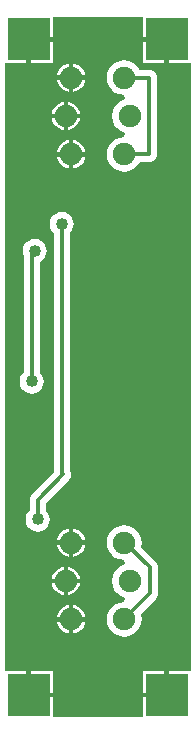
<source format=gbl>
G04 Layer_Physical_Order=2*
G04 Layer_Color=16711680*
%FSAX24Y24*%
%MOIN*%
G70*
G01*
G75*
%ADD13C,0.0120*%
%ADD14R,0.1400X0.1400*%
%ADD15C,0.0750*%
%ADD16C,0.0400*%
G36*
X015000Y033125D02*
X015800D01*
Y033050D01*
X015875D01*
Y032250D01*
X016600D01*
Y012000D01*
X015875D01*
Y011200D01*
X015800D01*
Y011125D01*
X015000D01*
Y010450D01*
X012000D01*
Y011125D01*
X011200D01*
Y011200D01*
X011125D01*
Y012000D01*
X010400D01*
Y032250D01*
X011125D01*
Y033050D01*
X011200D01*
Y033125D01*
X012000D01*
Y033800D01*
X015000D01*
Y033125D01*
D02*
G37*
%LPC*%
G36*
X012512Y015469D02*
Y015075D01*
X012906D01*
X012900Y015124D01*
X012852Y015239D01*
X012776Y015338D01*
X012676Y015414D01*
X012561Y015462D01*
X012512Y015469D01*
D02*
G37*
G36*
X012362D02*
X012313Y015462D01*
X012197Y015414D01*
X012098Y015338D01*
X012022Y015239D01*
X011974Y015124D01*
X011968Y015075D01*
X012362D01*
Y015469D01*
D02*
G37*
G36*
X012906Y014925D02*
X012512D01*
Y014530D01*
X012561Y014537D01*
X012676Y014585D01*
X012776Y014661D01*
X012852Y014760D01*
X012900Y014876D01*
X012906Y014925D01*
D02*
G37*
G36*
X012539Y016205D02*
X012145D01*
X012151Y016156D01*
X012199Y016040D01*
X012275Y015941D01*
X012374Y015865D01*
X012490Y015817D01*
X012539Y015811D01*
Y016205D01*
D02*
G37*
G36*
X012689Y016749D02*
Y016355D01*
X013083D01*
X013077Y016404D01*
X013029Y016520D01*
X012953Y016619D01*
X012854Y016695D01*
X012738Y016743D01*
X012689Y016749D01*
D02*
G37*
G36*
X012539D02*
X012490Y016743D01*
X012374Y016695D01*
X012275Y016619D01*
X012199Y016520D01*
X012151Y016404D01*
X012145Y016355D01*
X012539D01*
Y016749D01*
D02*
G37*
G36*
X013083Y016205D02*
X012689D01*
Y015811D01*
X012738Y015817D01*
X012854Y015865D01*
X012953Y015941D01*
X013029Y016040D01*
X013077Y016156D01*
X013083Y016205D01*
D02*
G37*
G36*
X012362Y014925D02*
X011968D01*
X011974Y014876D01*
X012022Y014760D01*
X012098Y014661D01*
X012197Y014585D01*
X012313Y014537D01*
X012362Y014530D01*
Y014925D01*
D02*
G37*
G36*
X014384Y016860D02*
X014234Y016840D01*
X014094Y016782D01*
X013974Y016690D01*
X013882Y016570D01*
X013824Y016430D01*
X013804Y016280D01*
X013824Y016130D01*
X013882Y015990D01*
X013974Y015870D01*
X014094Y015778D01*
X014234Y015720D01*
X014384Y015700D01*
X014413Y015560D01*
X014273Y015502D01*
X014153Y015410D01*
X014061Y015290D01*
X014003Y015150D01*
X013983Y015000D01*
X014003Y014849D01*
X014061Y014710D01*
X014153Y014589D01*
X014273Y014497D01*
X014413Y014439D01*
X014384Y014300D01*
X014234Y014280D01*
X014094Y014222D01*
X013974Y014130D01*
X013882Y014010D01*
X013824Y013870D01*
X013804Y013720D01*
X013824Y013570D01*
X013882Y013430D01*
X013974Y013310D01*
X014094Y013218D01*
X014234Y013160D01*
X014384Y013140D01*
X014534Y013160D01*
X014674Y013218D01*
X014794Y013310D01*
X014886Y013430D01*
X014944Y013570D01*
X014964Y013720D01*
X014944Y013870D01*
X014933Y013898D01*
X015435Y014401D01*
X015435Y014401D01*
X015477Y014455D01*
X015503Y014518D01*
X015512Y014586D01*
X015512Y014586D01*
Y015450D01*
X015512Y015450D01*
X015503Y015518D01*
X015477Y015581D01*
X015435Y015635D01*
X015435Y015635D01*
X014943Y016128D01*
X014944Y016130D01*
X014964Y016280D01*
X014944Y016430D01*
X014886Y016570D01*
X014794Y016690D01*
X014674Y016782D01*
X014534Y016840D01*
X014384Y016860D01*
D02*
G37*
G36*
X015725Y012000D02*
X015000D01*
Y011275D01*
X015725D01*
Y012000D01*
D02*
G37*
G36*
X012000D02*
X011275D01*
Y011275D01*
X012000D01*
Y012000D01*
D02*
G37*
G36*
X012539Y013645D02*
X012145D01*
X012151Y013596D01*
X012199Y013480D01*
X012275Y013381D01*
X012374Y013305D01*
X012490Y013257D01*
X012539Y013251D01*
Y013645D01*
D02*
G37*
G36*
X012689Y014189D02*
Y013795D01*
X013083D01*
X013077Y013844D01*
X013029Y013960D01*
X012953Y014059D01*
X012854Y014135D01*
X012738Y014183D01*
X012689Y014189D01*
D02*
G37*
G36*
X012539D02*
X012490Y014183D01*
X012374Y014135D01*
X012275Y014059D01*
X012199Y013960D01*
X012151Y013844D01*
X012145Y013795D01*
X012539D01*
Y014189D01*
D02*
G37*
G36*
X013083Y013645D02*
X012689D01*
Y013251D01*
X012738Y013257D01*
X012854Y013305D01*
X012953Y013381D01*
X013029Y013480D01*
X013077Y013596D01*
X013083Y013645D01*
D02*
G37*
G36*
X012300Y027303D02*
X012196Y027290D01*
X012098Y027249D01*
X012015Y027185D01*
X011951Y027102D01*
X011910Y027004D01*
X011897Y026900D01*
X011910Y026796D01*
X011951Y026698D01*
X012015Y026615D01*
X012038Y026597D01*
Y018609D01*
X011315Y017885D01*
X011273Y017831D01*
X011247Y017768D01*
X011238Y017700D01*
X011238Y017700D01*
Y017353D01*
X011215Y017335D01*
X011151Y017252D01*
X011110Y017154D01*
X011097Y017050D01*
X011110Y016946D01*
X011151Y016848D01*
X011215Y016765D01*
X011298Y016701D01*
X011396Y016660D01*
X011500Y016647D01*
X011604Y016660D01*
X011702Y016701D01*
X011785Y016765D01*
X011849Y016848D01*
X011890Y016946D01*
X011903Y017050D01*
X011890Y017154D01*
X011849Y017252D01*
X011785Y017335D01*
X011762Y017353D01*
Y017591D01*
X012535Y018365D01*
X012535Y018365D01*
X012577Y018419D01*
X012603Y018482D01*
X012612Y018550D01*
X012603Y018618D01*
X012577Y018681D01*
X012562Y018700D01*
Y026597D01*
X012585Y026615D01*
X012649Y026698D01*
X012690Y026796D01*
X012703Y026900D01*
X012690Y027004D01*
X012649Y027102D01*
X012585Y027185D01*
X012502Y027249D01*
X012404Y027290D01*
X012300Y027303D01*
D02*
G37*
G36*
X012539Y031705D02*
X012145D01*
X012151Y031656D01*
X012199Y031540D01*
X012275Y031441D01*
X012374Y031365D01*
X012490Y031317D01*
X012539Y031311D01*
Y031705D01*
D02*
G37*
G36*
X013083D02*
X012689D01*
Y031311D01*
X012738Y031317D01*
X012854Y031365D01*
X012953Y031441D01*
X013029Y031540D01*
X013077Y031656D01*
X013083Y031705D01*
D02*
G37*
G36*
X012362Y030969D02*
X012313Y030962D01*
X012197Y030914D01*
X012098Y030838D01*
X012022Y030739D01*
X011974Y030624D01*
X011968Y030575D01*
X012362D01*
Y030969D01*
D02*
G37*
G36*
X012512D02*
Y030575D01*
X012906D01*
X012900Y030624D01*
X012852Y030739D01*
X012776Y030838D01*
X012676Y030914D01*
X012561Y030962D01*
X012512Y030969D01*
D02*
G37*
G36*
X012000Y032975D02*
X011275D01*
Y032250D01*
X012000D01*
Y032975D01*
D02*
G37*
G36*
X015725D02*
X015000D01*
Y032250D01*
X015725D01*
Y032975D01*
D02*
G37*
G36*
X012539Y032249D02*
X012490Y032243D01*
X012374Y032195D01*
X012275Y032119D01*
X012199Y032020D01*
X012151Y031904D01*
X012145Y031855D01*
X012539D01*
Y032249D01*
D02*
G37*
G36*
X012689D02*
Y031855D01*
X013083D01*
X013077Y031904D01*
X013029Y032020D01*
X012953Y032119D01*
X012854Y032195D01*
X012738Y032243D01*
X012689Y032249D01*
D02*
G37*
G36*
X012539Y029145D02*
X012145D01*
X012151Y029096D01*
X012199Y028980D01*
X012275Y028881D01*
X012374Y028805D01*
X012490Y028757D01*
X012539Y028751D01*
Y029145D01*
D02*
G37*
G36*
X013083D02*
X012689D01*
Y028751D01*
X012738Y028757D01*
X012854Y028805D01*
X012953Y028881D01*
X013029Y028980D01*
X013077Y029096D01*
X013083Y029145D01*
D02*
G37*
G36*
X011400Y026403D02*
X011296Y026390D01*
X011198Y026349D01*
X011115Y026285D01*
X011051Y026202D01*
X011010Y026104D01*
X010997Y026000D01*
X011010Y025896D01*
X011038Y025829D01*
Y021953D01*
X011015Y021935D01*
X010951Y021852D01*
X010910Y021754D01*
X010897Y021650D01*
X010910Y021546D01*
X010951Y021448D01*
X011015Y021365D01*
X011098Y021301D01*
X011196Y021260D01*
X011300Y021247D01*
X011404Y021260D01*
X011502Y021301D01*
X011585Y021365D01*
X011649Y021448D01*
X011690Y021546D01*
X011703Y021650D01*
X011690Y021754D01*
X011649Y021852D01*
X011585Y021935D01*
X011562Y021953D01*
Y025634D01*
X011602Y025651D01*
X011685Y025715D01*
X011749Y025798D01*
X011790Y025896D01*
X011803Y026000D01*
X011790Y026104D01*
X011749Y026202D01*
X011685Y026285D01*
X011602Y026349D01*
X011504Y026390D01*
X011400Y026403D01*
D02*
G37*
G36*
X014384Y032360D02*
X014234Y032340D01*
X014094Y032282D01*
X013974Y032190D01*
X013882Y032070D01*
X013824Y031930D01*
X013804Y031780D01*
X013824Y031630D01*
X013882Y031490D01*
X013974Y031370D01*
X014094Y031278D01*
X014234Y031220D01*
X014384Y031200D01*
X014413Y031060D01*
X014273Y031002D01*
X014153Y030910D01*
X014061Y030790D01*
X014003Y030650D01*
X013983Y030500D01*
X014003Y030349D01*
X014061Y030210D01*
X014153Y030089D01*
X014273Y029997D01*
X014413Y029939D01*
X014384Y029800D01*
X014234Y029780D01*
X014094Y029722D01*
X013974Y029630D01*
X013882Y029510D01*
X013824Y029370D01*
X013804Y029220D01*
X013824Y029070D01*
X013882Y028930D01*
X013974Y028810D01*
X014094Y028718D01*
X014234Y028660D01*
X014384Y028640D01*
X014534Y028660D01*
X014674Y028718D01*
X014794Y028810D01*
X014886Y028930D01*
X014898Y028958D01*
X015220D01*
X015288Y028967D01*
X015351Y028993D01*
X015405Y029035D01*
X015447Y029089D01*
X015473Y029152D01*
X015482Y029220D01*
Y031780D01*
X015473Y031848D01*
X015447Y031911D01*
X015405Y031965D01*
X015351Y032007D01*
X015288Y032033D01*
X015220Y032042D01*
X014898D01*
X014886Y032070D01*
X014794Y032190D01*
X014674Y032282D01*
X014534Y032340D01*
X014384Y032360D01*
D02*
G37*
G36*
X012362Y030425D02*
X011968D01*
X011974Y030376D01*
X012022Y030260D01*
X012098Y030161D01*
X012197Y030085D01*
X012313Y030037D01*
X012362Y030030D01*
Y030425D01*
D02*
G37*
G36*
X012906D02*
X012512D01*
Y030030D01*
X012561Y030037D01*
X012676Y030085D01*
X012776Y030161D01*
X012852Y030260D01*
X012900Y030376D01*
X012906Y030425D01*
D02*
G37*
G36*
X012539Y029689D02*
X012490Y029683D01*
X012374Y029635D01*
X012275Y029559D01*
X012199Y029460D01*
X012151Y029344D01*
X012145Y029295D01*
X012539D01*
Y029689D01*
D02*
G37*
G36*
X012689D02*
Y029295D01*
X013083D01*
X013077Y029344D01*
X013029Y029460D01*
X012953Y029559D01*
X012854Y029635D01*
X012738Y029683D01*
X012689Y029689D01*
D02*
G37*
%LPD*%
D13*
X012300Y018600D02*
Y026900D01*
Y018600D02*
X012350Y018550D01*
X011300Y025900D02*
X011400Y026000D01*
X011300Y021650D02*
Y025900D01*
X015220Y029220D02*
Y031780D01*
X014384Y029220D02*
X015220D01*
X014384Y031780D02*
X015220D01*
X011500Y017700D02*
X012350Y018550D01*
X011500Y017050D02*
Y017700D01*
X014420Y016280D02*
X015250Y015450D01*
X014384Y016280D02*
X014420D01*
X014384Y013720D02*
X015250Y014586D01*
Y015450D01*
D14*
X011200Y033050D02*
D03*
X015800D02*
D03*
Y011200D02*
D03*
X011200D02*
D03*
D15*
X012437Y030500D02*
D03*
X014563D02*
D03*
X014384Y029220D02*
D03*
Y031780D02*
D03*
X012614D02*
D03*
Y029220D02*
D03*
X012437Y015000D02*
D03*
X014563D02*
D03*
X014384Y013720D02*
D03*
Y016280D02*
D03*
X012614D02*
D03*
Y013720D02*
D03*
D16*
X012300Y026900D02*
D03*
X011400Y026000D02*
D03*
X011300Y021650D02*
D03*
X011500Y017050D02*
D03*
M02*

</source>
